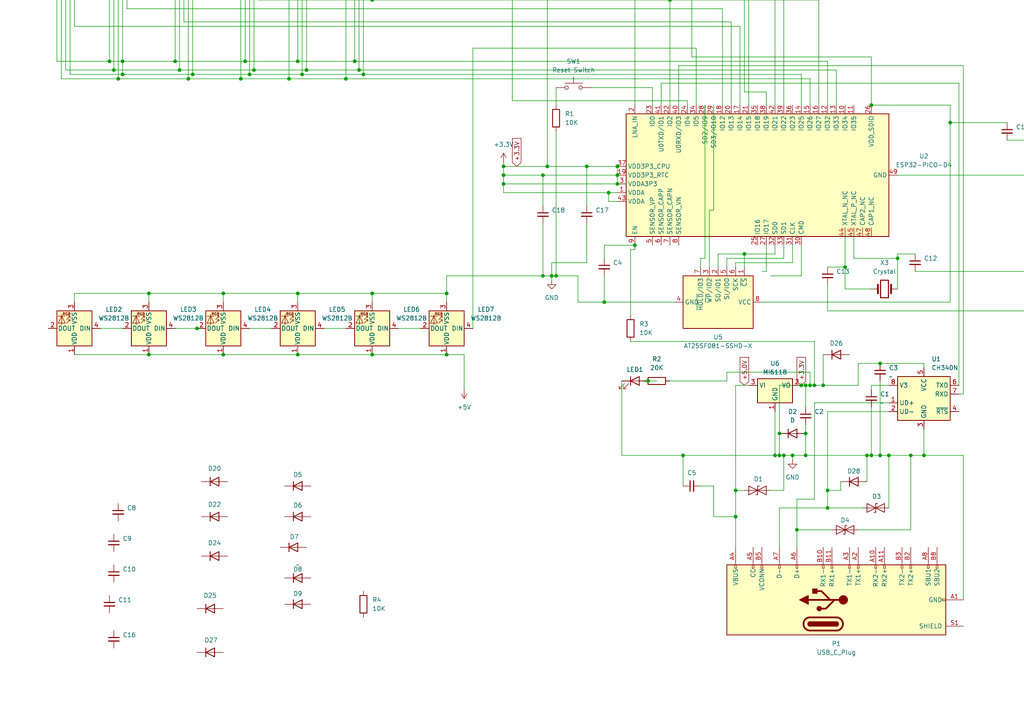
<source format=kicad_sch>
(kicad_sch (version 20231120) (generator "eeschema") (generator_version "8.0")
  (paper "A4")
  (lib_symbols
    (symbol "Connector:Conn_01x08_Socket" (pin_names (offset 1.016) hide)
      (property "Reference" "J" (at 0 10.16 0))
      (property "Value" "Conn_01x08_Socket" (at 0 -12.7 0))
      (symbol "Conn_01x08_Socket_1_1"
        (pin passive line (at -5.08 7.62 0) (length 3.81) (name "Pin_1") (number "1"))
        (pin passive line (at -5.08 5.08 0) (length 3.81) (name "Pin_2") (number "2"))
        (pin passive line (at -5.08 2.54 0) (length 3.81) (name "Pin_3") (number "3"))
        (pin passive line (at -5.08 0 0) (length 3.81) (name "Pin_4") (number "4"))
        (pin passive line (at -5.08 -2.54 0) (length 3.81) (name "Pin_5") (number "5"))
        (pin passive line (at -5.08 -5.08 0) (length 3.81) (name "Pin_6") (number "6"))
        (pin passive line (at -5.08 -7.62 0) (length 3.81) (name "Pin_7") (number "7"))
        (pin passive line (at -5.08 -10.16 0) (length 3.81) (name "Pin_8") (number "8"))
      )
    )
    (symbol "Connector:Conn_Coaxial_Small" (pin_numbers hide) (pin_names (offset 1.016) hide)
      (property "Reference" "J" (at 0.254 3.048 0))
      (property "Value" "Conn_Coaxial_Small" (at 0 -3.81 0))
      (symbol "Conn_Coaxial_Small_1_1"
        (pin passive line (at -2.54 0 0) (length 1.27) (name "In") (number "1"))
        (pin passive line (at 2.54 0 180) (length 1.27) (name "Ext") (number "2"))
      )
    )
    (symbol "Connector:USB_C_Plug" (pin_names (offset 1.016))
      (property "Reference" "P" (at -10.16 29.21 0))
      (property "Value" "USB_C_Plug" (at 10.16 29.21 0))
      (symbol "USB_C_Plug_1_1"
        (pin passive line (at 0 -40.64 90) (length 5.08) (name "GND") (number "A1"))
        (pin bidirectional line (at 15.24 -15.24 180) (length 5.08) (name "RX2-") (number "A10"))
        (pin bidirectional line (at 15.24 -17.78 180) (length 5.08) (name "RX2+") (number "A11"))
        (pin passive line (at 0 -40.64 90) (length 5.08) hide (name "GND") (number "A12"))
        (pin bidirectional line (at 15.24 -10.16 180) (length 5.08) (name "TX1+") (number "A2"))
        (pin bidirectional line (at 15.24 -7.62 180) (length 5.08) (name "TX1-") (number "A3"))
        (pin passive line (at 15.24 25.4 180) (length 5.08) (name "VBUS") (number "A4"))
        (pin bidirectional line (at 15.24 20.32 180) (length 5.08) (name "CC") (number "A5"))
        (pin bidirectional line (at 15.24 7.62 180) (length 5.08) (name "D+") (number "A6"))
        (pin bidirectional line (at 15.24 12.7 180) (length 5.08) (name "D-") (number "A7"))
        (pin bidirectional line (at 15.24 -30.48 180) (length 5.08) (name "SBU1") (number "A8"))
        (pin passive line (at 15.24 25.4 180) (length 5.08) hide (name "VBUS") (number "A9"))
        (pin passive line (at 0 -40.64 90) (length 5.08) hide (name "GND") (number "B1"))
        (pin bidirectional line (at 15.24 0 180) (length 5.08) (name "RX1-") (number "B10"))
        (pin bidirectional line (at 15.24 -2.54 180) (length 5.08) (name "RX1+") (number "B11"))
        (pin passive line (at 0 -40.64 90) (length 5.08) hide (name "GND") (number "B12"))
        (pin bidirectional line (at 15.24 -25.4 180) (length 5.08) (name "TX2+") (number "B2"))
        (pin bidirectional line (at 15.24 -22.86 180) (length 5.08) (name "TX2-") (number "B3"))
        (pin passive line (at 15.24 25.4 180) (length 5.08) hide (name "VBUS") (number "B4"))
        (pin bidirectional line (at 15.24 17.78 180) (length 5.08) (name "VCONN") (number "B5"))
        (pin bidirectional line (at 15.24 -33.02 180) (length 5.08) (name "SBU2") (number "B8"))
        (pin passive line (at 15.24 25.4 180) (length 5.08) hide (name "VBUS") (number "B9"))
        (pin passive line (at -7.62 -40.64 90) (length 5.08) (name "SHIELD") (number "S1"))
      )
    )
    (symbol "Device:Battery_Cell" (pin_numbers hide) (pin_names (offset 0) hide)
      (property "Reference" "BT" (at 2.54 2.54 0))
      (property "Value" "Battery_Cell" (at 2.54 0 0))
      (symbol "Battery_Cell_1_1"
        (pin passive line (at 0 5.08 270) (length 2.54) (name "+") (number "1"))
        (pin passive line (at 0 -2.54 90) (length 2.54) (name "-") (number "2"))
      )
    )
    (symbol "Device:C_Small" (pin_numbers hide) (pin_names (offset 0.254) hide)
      (property "Reference" "C" (at 0.254 1.778 0))
      (property "Value" "C_Small" (at 0.254 -2.032 0))
      (symbol "C_Small_1_1"
        (pin passive line (at 0 2.54 270) (length 2.032) (name "~") (number "1"))
        (pin passive line (at 0 -2.54 90) (length 2.032) (name "~") (number "2"))
      )
    )
    (symbol "Device:Crystal" (pin_numbers hide) (pin_names (offset 1.016) hide)
      (property "Reference" "Y" (at 0 3.81 0))
      (property "Value" "Crystal" (at 0 -3.81 0))
      (symbol "Crystal_1_1"
        (pin passive line (at -3.81 0 0) (length 1.27) (name "1") (number "1"))
        (pin passive line (at 3.81 0 180) (length 1.27) (name "2") (number "2"))
      )
    )
    (symbol "Device:D" (pin_numbers hide) (pin_names (offset 1.016) hide)
      (property "Reference" "D" (at 0 2.54 0))
      (property "Value" "D" (at 0 -2.54 0))
      (symbol "D_1_1"
        (pin passive line (at -3.81 0 0) (length 2.54) (name "K") (number "1"))
        (pin passive line (at 3.81 0 180) (length 2.54) (name "A") (number "2"))
      )
    )
    (symbol "Device:LED" (pin_numbers hide) (pin_names (offset 1.016) hide)
      (property "Reference" "D" (at 0 2.54 0))
      (property "Value" "LED" (at 0 -2.54 0))
      (symbol "LED_1_1"
        (pin passive line (at -3.81 0 0) (length 2.54) (name "K") (number "1"))
        (pin passive line (at 3.81 0 180) (length 2.54) (name "A") (number "2"))
      )
    )
    (symbol "Device:R" (pin_numbers hide) (pin_names (offset 0))
      (property "Reference" "R" (at 2.032 0 90))
      (property "Value" "R" (at 0 0 90))
      (symbol "R_1_1"
        (pin passive line (at 0 3.81 270) (length 1.27) (name "~") (number "1"))
        (pin passive line (at 0 -3.81 90) (length 1.27) (name "~") (number "2"))
      )
    )
    (symbol "Diode:SD05_SOD323" (pin_numbers hide) (pin_names (offset 1.016) hide)
      (property "Reference" "D" (at 0 2.54 0))
      (property "Value" "SD05_SOD323" (at 0 -2.54 0))
      (symbol "SD05_SOD323_1_1"
        (pin passive line (at -3.81 0 0) (length 2.54) (name "A1") (number "1"))
        (pin passive line (at 3.81 0 180) (length 2.54) (name "A2") (number "2"))
      )
    )
    (symbol "Interface_USB:CH340N"
      (property "Reference" "U" (at -7.62 6.35 0))
      (property "Value" "CH340N" (at 7.62 6.35 0))
      (symbol "CH340N_1_1"
        (pin bidirectional line (at -10.16 -2.54 0) (length 2.54) (name "UD+") (number "1"))
        (pin bidirectional line (at -10.16 -5.08 0) (length 2.54) (name "UD-") (number "2"))
        (pin power_in line (at 0 -10.16 90) (length 2.54) (name "GND") (number "3"))
        (pin output line (at 10.16 -5.08 180) (length 2.54) (name "~{RTS}") (number "4"))
        (pin power_in line (at 0 7.62 270) (length 2.54) (name "VCC") (number "5"))
        (pin output line (at 10.16 2.54 180) (length 2.54) (name "TXD") (number "6"))
        (pin input line (at 10.16 0 180) (length 2.54) (name "RXD") (number "7"))
        (pin passive line (at -10.16 2.54 0) (length 2.54) (name "V3") (number "8"))
      )
    )
    (symbol "LED:WS2812B" (pin_names (offset 0.254))
      (property "Reference" "D" (at 5.08 5.715 0))
      (property "Value" "WS2812B" (at 1.27 -5.715 0))
      (symbol "WS2812B_0_0"
        (text "RGB" (at 2.286 -4.191 0) (effects (font (size 0.762 0.762))))
      )
      (symbol "WS2812B_1_1"
        (pin power_in line (at 0 7.62 270) (length 2.54) (name "VDD") (number "1"))
        (pin output line (at 7.62 0 180) (length 2.54) (name "DOUT") (number "2"))
        (pin power_in line (at 0 -7.62 90) (length 2.54) (name "VSS") (number "3"))
        (pin input line (at -7.62 0 0) (length 2.54) (name "DIN") (number "4"))
      )
    )
    (symbol "MCU_Espressif:ESP32-PICO-D4"
      (property "Reference" "U2" (at 5.4962 -48.26 90))
      (property "Value" "ESP32-PICO-D4" (at 2.9562 -48.26 90))
      (symbol "ESP32-PICO-D4_0_0"
        (pin power_in line (at -5.08 40.64 270) (length 2.54) (name "VDDA") (number "1"))
        (pin input line (at 20.32 -25.4 180) (length 2.54) (name "IO34") (number "10"))
        (pin input line (at 20.32 -27.94 180) (length 2.54) (name "IO35") (number "11"))
        (pin bidirectional line (at 20.32 -20.32 180) (length 2.54) (name "IO32") (number "12"))
        (pin bidirectional line (at 20.32 -22.86 180) (length 2.54) (name "IO33") (number "13"))
        (pin bidirectional line (at 20.32 -12.7 180) (length 2.54) (name "IO25") (number "14"))
        (pin bidirectional line (at 20.32 -15.24 180) (length 2.54) (name "IO26") (number "15"))
        (pin bidirectional line (at 20.32 -17.78 180) (length 2.54) (name "IO27") (number "16"))
        (pin bidirectional line (at 20.32 5.08 180) (length 2.54) (name "IO14") (number "17"))
        (pin bidirectional line (at 20.32 10.16 180) (length 2.54) (name "IO12") (number "18"))
        (pin power_in line (at 0 40.64 270) (length 2.54) (name "VDD3P3_RTC") (number "19"))
        (pin bidirectional line (at 20.32 35.56 180) (length 2.54) (name "LNA_IN") (number "2"))
        (pin bidirectional line (at 20.32 7.62 180) (length 2.54) (name "IO13") (number "20"))
        (pin bidirectional line (at 20.32 2.54 180) (length 2.54) (name "IO15") (number "21"))
        (pin bidirectional line (at 20.32 25.4 180) (length 2.54) (name "IO2") (number "22"))
        (pin bidirectional line (at 20.32 30.48 180) (length 2.54) (name "IO0") (number "23"))
        (pin bidirectional line (at 20.32 20.32 180) (length 2.54) (name "IO4") (number "24"))
        (pin bidirectional line (at -20.32 0 0) (length 2.54) (name "IO16") (number "25"))
        (pin power_out line (at 20.32 -33.02 180) (length 2.54) (name "VDD_SDIO") (number "26"))
        (pin bidirectional line (at -20.32 -2.54 0) (length 2.54) (name "IO17") (number "27"))
        (pin bidirectional line (at 20.32 15.24 180) (length 2.54) (name "SD2/IO9") (number "28"))
        (pin bidirectional line (at 20.32 12.7 180) (length 2.54) (name "SD3/IO10") (number "29"))
        (pin power_in line (at -2.54 40.64 270) (length 2.54) (name "VDDA3P3") (number "3"))
        (pin bidirectional line (at -20.32 -12.7 0) (length 2.54) (name "CMD") (number "30"))
        (pin bidirectional line (at -20.32 -10.16 0) (length 2.54) (name "CLK") (number "31"))
        (pin bidirectional line (at -20.32 -5.08 0) (length 2.54) (name "SD0") (number "32"))
        (pin bidirectional line (at -20.32 -7.62 0) (length 2.54) (name "SD1") (number "33"))
        (pin bidirectional line (at 20.32 17.78 180) (length 2.54) (name "IO5") (number "34"))
        (pin bidirectional line (at 20.32 0 180) (length 2.54) (name "IO18") (number "35"))
        (pin bidirectional line (at 20.32 -10.16 180) (length 2.54) (name "IO23") (number "36"))
        (pin power_in line (at 2.54 40.64 270) (length 2.54) (name "VDD3P3_CPU") (number "37"))
        (pin bidirectional line (at 20.32 -2.54 180) (length 2.54) (name "IO19") (number "38"))
        (pin bidirectional line (at 20.32 -7.62 180) (length 2.54) (name "IO22") (number "39"))
        (pin passive line (at -2.54 40.64 270) (length 2.54) hide (name "VDDA3P3") (number "4"))
        (pin bidirectional line (at 20.32 22.86 180) (length 2.54) (name "U0RXD/IO3") (number "40"))
        (pin bidirectional line (at 20.32 27.94 180) (length 2.54) (name "U0TXD/IO1") (number "41"))
        (pin bidirectional line (at 20.32 -5.08 180) (length 2.54) (name "IO21") (number "42"))
        (pin passive line (at -7.62 40.64 270) (length 2.54) (name "VDDA") (number "43"))
        (pin input line (at -17.78 -25.4 0) (length 2.54) (name "XTAL_N_NC") (number "44"))
        (pin input line (at -17.78 -27.94 0) (length 2.54) (name "XTAL_P_NC") (number "45"))
        (pin passive line (at -5.08 40.64 270) (length 2.54) hide (name "VDDA") (number "46"))
        (pin input line (at -17.78 -30.48 0) (length 2.54) (name "CAP2_NC") (number "47"))
        (pin input line (at -17.78 -33.02 0) (length 2.54) (name "CAP1_NC") (number "48"))
        (pin power_in line (at 0 -40.64 90) (length 2.54) (name "GND") (number "49"))
        (pin input line (at -20.32 30.48 0) (length 2.54) (name "SENSOR_VP") (number "5"))
        (pin input line (at -20.32 27.94 0) (length 2.54) (name "SENSOR_CAPP") (number "6"))
        (pin input line (at -20.32 25.4 0) (length 2.54) (name "SENSOR_CAPN") (number "7"))
        (pin input line (at -20.32 22.86 0) (length 2.54) (name "SENSOR_VN") (number "8"))
        (pin input line (at -20.32 35.56 0) (length 2.54) (name "EN") (number "9"))
      )
    )
    (symbol "Memory_Flash:AT25SF081-SSHD-X"
      (property "Reference" "U" (at -6.35 11.43 0))
      (property "Value" "AT25SF081-SSHD-X" (at 11.43 11.43 0))
      (symbol "AT25SF081-SSHD-X_1_1"
        (pin input line (at -10.16 7.62 0) (length 2.54) (name "~{CS}") (number "1"))
        (pin bidirectional line (at -10.16 0 0) (length 2.54) (name "SO/IO1") (number "2"))
        (pin bidirectional line (at -10.16 -2.54 0) (length 2.54) (name "~{WP}/IO2") (number "3"))
        (pin power_in line (at 0 -12.7 90) (length 2.54) (name "GND") (number "4"))
        (pin bidirectional line (at -10.16 2.54 0) (length 2.54) (name "SI/IO0") (number "5"))
        (pin input line (at -10.16 5.08 0) (length 2.54) (name "SCK") (number "6"))
        (pin bidirectional line (at -10.16 -5.08 0) (length 2.54) (name "~{HOLD}/IO3") (number "7"))
        (pin power_in line (at 0 12.7 270) (length 2.54) (name "VCC") (number "8"))
      )
    )
    (symbol "Regulator_Linear:AP1117-33"
      (property "Reference" "U" (at -3.81 3.175 0))
      (property "Value" "AP1117-33" (at 0 3.175 0))
      (symbol "AP1117-33_1_1"
        (pin power_in line (at 0 -7.62 90) (length 2.54) (name "GND") (number "1"))
        (pin power_out line (at 7.62 0 180) (length 2.54) (name "VO") (number "2"))
        (pin power_in line (at -7.62 0 0) (length 2.54) (name "VI") (number "3"))
      )
    )
    (symbol "Switch:SW_Push" (pin_numbers hide) (pin_names (offset 1.016) hide)
      (property "Reference" "SW" (at 1.27 2.54 0))
      (property "Value" "SW_Push" (at 0 -1.524 0))
      (symbol "SW_Push_0_1"
        (pin passive line (at -5.08 0 0) (length 2.54) (name "1") (number "1"))
        (pin passive line (at 5.08 0 180) (length 2.54) (name "2") (number "2"))
      )
    )
    (symbol "Timer_RTC:DS1302Z+"
      (property "Reference" "U" (at -8.89 8.89 0))
      (property "Value" "DS1302Z+" (at 6.35 8.89 0))
      (symbol "DS1302Z+_1_1"
        (pin power_in line (at -2.54 10.16 270) (length 2.54) (name "VCC2") (number "1"))
        (pin input line (at -12.7 -2.54 0) (length 2.54) (name "X1") (number "2"))
        (pin input line (at -12.7 -5.08 0) (length 2.54) (name "X2") (number "3"))
        (pin power_in line (at 0 -10.16 90) (length 2.54) (name "GND") (number "4"))
        (pin input line (at -12.7 2.54 0) (length 2.54) (name "CE") (number "5"))
        (pin bidirectional line (at 12.7 5.08 180) (length 2.54) (name "I/O") (number "6"))
        (pin input line (at -12.7 5.08 0) (length 2.54) (name "SCLK") (number "7"))
        (pin power_in line (at 0 10.16 270) (length 2.54) (name "VCC1") (number "8"))
      )
    )
    (symbol "Transistor_FET:AO3401A" (pin_names hide)
      (property "Reference" "Q" (at 5.08 1.905 0))
      (property "Value" "AO3401A" (at 5.08 0 0))
      (symbol "AO3401A_1_1"
        (pin input line (at -5.08 0 0) (length 2.54) (name "G") (number "1"))
        (pin passive line (at 2.54 -5.08 90) (length 2.54) (name "S") (number "2"))
        (pin passive line (at 2.54 5.08 270) (length 2.54) (name "D") (number "3"))
      )
    )
    (symbol "power:+3.3V" (power) (pin_numbers hide) (pin_names (offset 0) hide)
      (property "Value" "+3.3V" (at 0 3.556 0))
      (symbol "+3.3V_1_1"
        (pin power_in line (at 0 0 90) (length 0) (name "~") (number "1"))
      )
    )
    (symbol "power:+5V" (power) (pin_numbers hide) (pin_names (offset 0) hide)
      (property "Value" "+5V" (at 0 3.556 0))
      (symbol "+5V_1_1"
        (pin power_in line (at 0 0 90) (length 0) (name "~") (number "1"))
      )
    )
    (symbol "power:GND" (power) (pin_numbers hide) (pin_names (offset 0) hide)
      (property "Value" "GND" (at 0 -3.81 0))
      (symbol "GND_1_1"
        (pin power_in line (at 0 0 270) (length 0) (name "~") (number "1"))
      )
    )
  )
  (junction (at 74.93 -20.32))
  (junction (at 300.99 -11.43))
  (junction (at 38.1 -21.59))
  (junction (at 57.15 -41.91))
  (junction (at 33.02 20.32))
  (junction (at 193.04 -41.91))
  (junction (at 140.97 -49.53))
  (junction (at 231.14 153.67))
  (junction (at 107.95 102.87))
  (junction (at 88.9 20.32))
  (junction (at 74.93 -41.91))
  (junction (at 35.56 21.59))
  (junction (at 146.05 48.26))
  (junction (at 179.07 50.8))
  (junction (at 170.18 48.26))
  (junction (at 72.39 21.59))
  (junction (at 226.06 132.08))
  (junction (at 194.31 -20.32))
  (junction (at 233.68 132.08))
  (junction (at 57.15 -22.86))
  (junction (at 146.05 50.8))
  (junction (at 146.05 53.34))
  (junction (at 43.18 85.09))
  (junction (at 69.85 22.86))
  (junction (at 100.33 22.86))
  (junction (at 275.59 35.56))
  (junction (at 224.79 132.08))
  (junction (at 90.17 -24.13))
  (junction (at 245.11 77.47))
  (junction (at 257.81 132.08))
  (junction (at 213.36 142.24))
  (junction (at 31.75 17.78))
  (junction (at 107.95 -41.91))
  (junction (at 260.35 74.93))
  (junction (at 252.73 30.48))
  (junction (at 38.1 -41.91))
  (junction (at 86.36 85.09))
  (junction (at 129.54 85.09))
  (junction (at 300.99 50.8))
  (junction (at 267.97 132.08))
  (junction (at 184.15 71.12))
  (junction (at 228.6 -17.78))
  (junction (at 223.52 -20.32))
  (junction (at 87.63 21.59))
  (junction (at 64.77 102.87))
  (junction (at 54.61 22.86))
  (junction (at 226.06 125.73))
  (junction (at 300.99 63.5))
  (junction (at 215.9 73.66))
  (junction (at 71.12 17.78))
  (junction (at 252.73 132.08))
  (junction (at 67.31 -62.23))
  (junction (at 255.27 132.08))
  (junction (at 132.08 -44.45))
  (junction (at 240.03 147.32))
  (junction (at 251.46 132.08))
  (junction (at 55.88 21.59))
  (junction (at 158.75 48.26))
  (junction (at 179.07 48.26))
  (junction (at 132.08 -54.61))
  (junction (at 87.63 -41.91))
  (junction (at 104.14 20.32))
  (junction (at 255.27 105.41))
  (junction (at 64.77 85.09))
  (junction (at 261.62 -40.64))
  (junction (at 227.33 132.08))
  (junction (at 50.8 17.78))
  (junction (at 107.95 85.09))
  (junction (at 132.08 -68.58))
  (junction (at 241.3 -20.32))
  (junction (at 102.87 17.78))
  (junction (at 85.09 -62.23))
  (junction (at 35.56 17.78))
  (junction (at 198.12 132.08))
  (junction (at 21.59 -21.59))
  (junction (at 179.07 53.34))
  (junction (at 107.95 0))
  (junction (at 232.41 111.76))
  (junction (at 34.29 -62.23))
  (junction (at 83.82 22.86))
  (junction (at 234.95 111.76))
  (junction (at 157.48 50.8))
  (junction (at 233.68 111.76))
  (junction (at 57.15 95.25))
  (junction (at 194.31 0))
  (junction (at 105.41 21.59))
  (junction (at 213.36 149.86))
  (junction (at 251.46 -25.4))
  (junction (at 86.36 102.87))
  (junction (at 160.02 80.01))
  (junction (at 233.68 125.73))
  (junction (at 43.18 102.87))
  (junction (at 52.07 20.32))
  (junction (at 157.48 80.01))
  (junction (at 240.03 142.24))
  (junction (at 229.87 132.08))
  (junction (at 300.99 -20.32))
  (junction (at 73.66 20.32))
  (junction (at 161.29 80.01))
  (junction (at 238.76 111.76))
  (junction (at 300.99 78.74))
  (junction (at 264.16 132.08))
  (junction (at 236.22 111.76))
  (junction (at 193.04 -20.32))
  (junction (at 236.22 -17.78))
  (junction (at 68.58 -62.23))
  (junction (at 129.54 102.87))
  (junction (at 200.66 -25.4))
  (junction (at 54.61 -62.23))
  (junction (at 187.96 110.49))
  (junction (at 107.95 -24.13))
  (junction (at 300.99 40.64))
  (junction (at 175.26 87.63))
  (junction (at 86.36 17.78))
  (junction (at 34.29 22.86))
  (junction (at 176.53 55.88))
  (wire (pts (xy 245.11 68.58) (xy 245.11 77.47)))
  (wire (pts (xy 219.71 -25.4) (xy 224.79 -25.4)))
  (wire (pts (xy 43.18 85.09) (xy 64.77 85.09)))
  (wire (pts (xy 251.46 -25.4) (xy 251.46 -69.85)))
  (wire (pts (xy 57.15 -17.78) (xy 54.61 -17.78)))
  (wire (pts (xy 279.4 173.99) (xy 279.4 132.08)))
  (wire (pts (xy 19.05 -8.89) (xy 19.05 20.32)))
  (wire (pts (xy 207.01 149.86) (xy 213.36 149.86)))
  (wire (pts (xy 86.36 85.09) (xy 107.95 85.09)))
  (wire (pts (xy 292.1 40.64) (xy 300.99 40.64)))
  (wire (pts (xy 25.4 -6.35) (xy 25.4 -21.59)))
  (wire (pts (xy 134.62 102.87) (xy 129.54 102.87)))
  (wire (pts (xy 279.4 19.05) (xy 279.4 114.3)))
  (wire (pts (xy 140.97 -55.88) (xy 140.97 -49.53)))
  (wire (pts (xy 196.85 19.05) (xy 196.85 30.48)))
  (wire (pts (xy 261.62 -40.64) (xy 300.99 -40.64)))
  (wire (pts (xy 184.15 72.39) (xy 184.15 71.12)))
  (wire (pts (xy 265.43 78.74) (xy 300.99 78.74)))
  (wire (pts (xy 57.15 -15.24) (xy 55.88 -15.24)))
  (wire (pts (xy 214.63 7.62) (xy 21.59 7.62)))
  (wire (pts (xy 222.25 71.12) (xy 222.25 78.74)))
  (wire (pts (xy 54.61 -62.23) (xy 67.31 -62.23)))
  (wire (pts (xy 57.15 -22.86) (xy 57.15 -41.91)))
  (wire (pts (xy 243.84 139.7) (xy 243.84 142.24)))
  (wire (pts (xy 220.98 87.63) (xy 275.59 87.63)))
  (wire (pts (xy 115.57 95.25) (xy 121.92 95.25)))
  (wire (pts (xy 86.36 102.87) (xy 64.77 102.87)))
  (wire (pts (xy 132.08 -41.91) (xy 132.08 -44.45)))
  (wire (pts (xy 52.07 20.32) (xy 73.66 20.32)))
  (wire (pts (xy 226.06 125.73) (xy 226.06 132.08)))
  (wire (pts (xy 224.79 73.66) (xy 215.9 73.66)))
  (wire (pts (xy 167.64 87.63) (xy 167.64 80.01)))
  (wire (pts (xy 21.59 -6.35) (xy 25.4 -6.35)))
  (wire (pts (xy 68.58 -62.23) (xy 85.09 -62.23)))
  (wire (pts (xy 87.63 -24.13) (xy 90.17 -24.13)))
  (wire (pts (xy 175.26 80.01) (xy 175.26 87.63)))
  (wire (pts (xy 74.93 -5.08) (xy 78.74 -5.08)))
  (wire (pts (xy 107.95 -11.43) (xy 104.14 -11.43)))
  (wire (pts (xy 236.22 111.76) (xy 238.76 111.76)))
  (wire (pts (xy 175.26 87.63) (xy 195.58 87.63)))
  (wire (pts (xy 176.53 55.88) (xy 179.07 55.88)))
  (wire (pts (xy 238.76 102.87) (xy 238.76 111.76)))
  (wire (pts (xy 223.52 80.01) (xy 232.41 80.01)))
  (wire (pts (xy 209.55 2.54) (xy 36.83 2.54)))
  (wire (pts (xy 100.33 -19.05) (xy 100.33 22.86)))
  (wire (pts (xy 170.18 48.26) (xy 170.18 59.69)))
  (wire (pts (xy 184.15 71.12) (xy 175.26 71.12)))
  (wire (pts (xy 21.59 85.09) (xy 43.18 85.09)))
  (wire (pts (xy 237.49 0) (xy 194.31 0)))
  (wire (pts (xy 180.34 132.08) (xy 198.12 132.08)))
  (wire (pts (xy 255.27 110.49) (xy 255.27 132.08)))
  (wire (pts (xy 213.36 76.2) (xy 213.36 77.47)))
  (wire (pts (xy 215.9 73.66) (xy 208.28 73.66)))
  (wire (pts (xy 57.15 -10.16) (xy 52.07 -10.16)))
  (wire (pts (xy 261.62 -40.64) (xy 261.62 -33.02)))
  (wire (pts (xy 229.87 -24.13) (xy 228.6 -24.13)))
  (wire (pts (xy 300.99 40.64) (xy 300.99 50.8)))
  (wire (pts (xy 17.78 -19.05) (xy 17.78 -62.23)))
  (wire (pts (xy 90.17 -21.59) (xy 85.09 -21.59)))
  (wire (pts (xy 87.63 -41.91) (xy 87.63 -24.13)))
  (wire (pts (xy 194.31 110.49) (xy 210.82 110.49)))
  (wire (pts (xy 73.66 -7.62) (xy 73.66 20.32)))
  (wire (pts (xy 207.01 140.97) (xy 207.01 149.86)))
  (wire (pts (xy 267.97 106.68) (xy 267.97 105.41)))
  (wire (pts (xy 232.41 -24.13) (xy 236.22 -24.13)))
  (wire (pts (xy 148.59 29.21) (xy 199.39 29.21)))
  (wire (pts (xy 180.34 110.49) (xy 180.34 132.08)))
  (wire (pts (xy 16.51 -11.43) (xy 16.51 17.78)))
  (wire (pts (xy 213.36 -41.91) (xy 213.36 -38.1)))
  (wire (pts (xy 146.05 46.99) (xy 146.05 48.26)))
  (wire (pts (xy 240.03 119.38) (xy 257.81 119.38)))
  (wire (pts (xy 275.59 35.56) (xy 292.1 35.56)))
  (wire (pts (xy 190.5 110.49) (xy 187.96 110.49)))
  (wire (pts (xy 217.17 -38.1) (xy 213.36 -38.1)))
  (wire (pts (xy 78.74 -5.08) (xy 78.74 -20.32)))
  (wire (pts (xy 67.31 -62.23) (xy 68.58 -62.23)))
  (wire (pts (xy 232.41 71.12) (xy 232.41 80.01)))
  (wire (pts (xy 182.88 91.44) (xy 182.88 72.39)))
  (wire (pts (xy 300.99 78.74) (xy 300.99 90.17)))
  (wire (pts (xy 38.1 -13.97) (xy 35.56 -13.97)))
  (wire (pts (xy 134.62 113.03) (xy 134.62 102.87)))
  (wire (pts (xy 257.81 132.08) (xy 257.81 147.32)))
  (wire (pts (xy 52.07 -10.16) (xy 52.07 20.32)))
  (wire (pts (xy 226.06 132.08) (xy 227.33 132.08)))
  (wire (pts (xy 132.08 -54.61) (xy 132.08 -44.45)))
  (wire (pts (xy 129.54 80.01) (xy 129.54 85.09)))
  (wire (pts (xy 194.31 -20.32) (xy 223.52 -20.32)))
  (wire (pts (xy 55.88 -15.24) (xy 55.88 21.59)))
  (wire (pts (xy 209.55 -25.4) (xy 200.66 -25.4)))
  (wire (pts (xy 137.16 13.97) (xy 201.93 13.97)))
  (wire (pts (xy 240.03 77.47) (xy 245.11 77.47)))
  (wire (pts (xy 107.95 -21.59) (xy 100.33 -21.59)))
  (wire (pts (xy 71.12 -10.16) (xy 71.12 17.78)))
  (wire (pts (xy 236.22 -24.13) (xy 236.22 -17.78)))
  (wire (pts (xy 252.73 113.03) (xy 252.73 111.76)))
  (wire (pts (xy 157.48 50.8) (xy 179.07 50.8)))
  (wire (pts (xy 267.97 124.46) (xy 267.97 132.08)))
  (wire (pts (xy 213.36 142.24) (xy 215.9 142.24)))
  (wire (pts (xy 148.59 -49.53) (xy 140.97 -49.53)))
  (wire (pts (xy 255.27 105.41) (xy 248.92 105.41)))
  (wire (pts (xy 93.98 95.25) (xy 100.33 95.25)))
  (wire (pts (xy 68.58 -62.23) (xy 68.58 -60.96)))
  (wire (pts (xy 170.18 76.2) (xy 160.02 76.2)))
  (wire (pts (xy 107.95 0) (xy 74.93 0)))
  (wire (pts (xy 19.05 20.32) (xy 33.02 20.32)))
  (wire (pts (xy 179.07 58.42) (xy 176.53 58.42)))
  (wire (pts (xy 215.9 26.67) (xy 222.25 26.67)))
  (wire (pts (xy 54.61 -20.32) (xy 54.61 -62.23)))
  (wire (pts (xy 203.2 74.93) (xy 203.2 77.47)))
  (wire (pts (xy 224.79 71.12) (xy 224.79 73.66)))
  (wire (pts (xy 252.73 16.51) (xy 252.73 30.48)))
  (wire (pts (xy 241.3 -20.32) (xy 241.3 -17.78)))
  (wire (pts (xy 157.48 80.01) (xy 160.02 80.01)))
  (wire (pts (xy 93.98 -24.13) (xy 90.17 -24.13)))
  (wire (pts (xy 237.49 -40.64) (xy 261.62 -40.64)))
  (wire (pts (xy 227.33 -8.89) (xy 227.33 30.48)))
  (wire (pts (xy 252.73 132.08) (xy 255.27 132.08)))
  (wire (pts (xy 105.41 -16.51) (xy 105.41 21.59)))
  (wire (pts (xy 21.59 -41.91) (xy 38.1 -41.91)))
  (wire (pts (xy 223.52 142.24) (xy 227.33 142.24)))
  (wire (pts (xy 215.9 26.67) (xy 215.9 -53.34)))
  (wire (pts (xy 267.97 105.41) (xy 255.27 105.41)))
  (wire (pts (xy 50.8 -12.7) (xy 50.8 17.78)))
  (wire (pts (xy 260.35 73.66) (xy 260.35 74.93)))
  (wire (pts (xy 229.87 71.12) (xy 229.87 76.2)))
  (wire (pts (xy 158.75 -49.53) (xy 193.04 -49.53)))
  (wire (pts (xy 222.25 26.67) (xy 222.25 30.48)))
  (wire (pts (xy 200.66 -25.4) (xy 200.66 16.51)))
  (wire (pts (xy 232.41 111.76) (xy 233.68 111.76)))
  (wire (pts (xy 146.05 48.26) (xy 146.05 50.8)))
  (wire (pts (xy 64.77 85.09) (xy 64.77 87.63)))
  (wire (pts (xy 229.87 132.08) (xy 233.68 132.08)))
  (wire (pts (xy 170.18 48.26) (xy 179.07 48.26)))
  (wire (pts (xy 238.76 111.76) (xy 248.92 111.76)))
  (wire (pts (xy 193.04 -44.45) (xy 193.04 -41.91)))
  (wire (pts (xy 240.03 147.32) (xy 240.03 142.24)))
  (wire (pts (xy 237.49 30.48) (xy 237.49 0)))
  (wire (pts (xy 38.1 -41.91) (xy 57.15 -41.91)))
  (wire (pts (xy 232.41 -27.94) (xy 232.41 -24.13)))
  (wire (pts (xy 227.33 142.24) (xy 227.33 132.08)))
  (wire (pts (xy 215.9 -53.34) (xy 222.25 -53.34)))
  (wire (pts (xy 240.03 17.78) (xy 102.87 17.78)))
  (wire (pts (xy 231.14 153.67) (xy 241.3 153.67)))
  (wire (pts (xy 21.59 -21.59) (xy 25.4 -21.59)))
  (wire (pts (xy 189.23 -20.32) (xy 193.04 -20.32)))
  (wire (pts (xy 236.22 116.84) (xy 257.81 116.84)))
  (wire (pts (xy 86.36 17.78) (xy 102.87 17.78)))
  (wire (pts (xy 203.2 140.97) (xy 207.01 140.97)))
  (wire (pts (xy 132.08 -78.74) (xy 132.08 -68.58)))
  (wire (pts (xy 175.26 71.12) (xy 175.26 74.93)))
  (wire (pts (xy 208.28 73.66) (xy 208.28 77.47)))
  (wire (pts (xy 31.75 17.78) (xy 35.56 17.78)))
  (wire (pts (xy 57.15 -22.86) (xy 60.96 -22.86)))
  (wire (pts (xy 300.99 -40.64) (xy 300.99 -20.32)))
  (wire (pts (xy 227.33 -8.89) (xy 222.25 -8.89)))
  (wire (pts (xy 240.03 30.48) (xy 240.03 17.78)))
  (wire (pts (xy 86.36 85.09) (xy 86.36 87.63)))
  (wire (pts (xy 240.03 147.32) (xy 250.19 147.32)))
  (wire (pts (xy 161.29 38.1) (xy 161.29 80.01)))
  (wire (pts (xy 233.68 125.73) (xy 233.68 132.08)))
  (wire (pts (xy 87.63 -16.51) (xy 87.63 21.59)))
  (wire (pts (xy 86.36 -13.97) (xy 86.36 17.78)))
  (wire (pts (xy 71.12 17.78) (xy 86.36 17.78)))
  (wire (pts (xy 196.85 19.05) (xy 279.4 19.05)))
  (wire (pts (xy 251.46 -25.4) (xy 261.62 -25.4)))
  (wire (pts (xy 191.77 24.13) (xy 191.77 30.48)))
  (wire (pts (xy 107.95 -6.35) (xy 107.95 0)))
  (wire (pts (xy 57.15 95.25) (xy 58.42 95.25)))
  (wire (pts (xy 72.39 -12.7) (xy 72.39 21.59)))
  (wire (pts (xy 243.84 142.24) (xy 240.03 142.24)))
  (wire (pts (xy 93.98 -8.89) (xy 93.98 -24.13)))
  (wire (pts (xy 29.21 95.25) (xy 35.56 95.25)))
  (wire (pts (xy 74.93 -12.7) (xy 72.39 -12.7)))
  (wire (pts (xy 100.33 22.86) (xy 234.95 22.86)))
  (wire (pts (xy 17.78 -16.51) (xy 21.59 -16.51)))
  (wire (pts (xy 33.02 -8.89) (xy 33.02 20.32)))
  (wire (pts (xy 41.91 -6.35) (xy 41.91 -21.59)))
  (wire (pts (xy 90.17 -19.05) (xy 83.82 -19.05)))
  (wire (pts (xy 161.29 80.01) (xy 167.64 80.01)))
  (wire (pts (xy 248.92 105.41) (xy 248.92 111.76)))
  (wire (pts (xy 220.98 78.74) (xy 222.25 78.74)))
  (wire (pts (xy 275.59 30.48) (xy 275.59 35.56)))
  (wire (pts (xy 73.66 20.32) (xy 88.9 20.32)))
  (wire (pts (xy 146.05 53.34) (xy 179.07 53.34)))
  (wire (pts (xy 251.46 -19.05) (xy 251.46 -25.4)))
  (wire (pts (xy 207.01 60.96) (xy 207.01 30.48)))
  (wire (pts (xy 228.6 -17.78) (xy 228.6 -13.97)))
  (wire (pts (xy 74.93 -20.32) (xy 74.93 -41.91)))
  (wire (pts (xy 74.93 -17.78) (xy 67.31 -17.78)))
  (wire (pts (xy 87.63 -41.91) (xy 107.95 -41.91)))
  (wire (pts (xy 167.64 87.63) (xy 175.26 87.63)))
  (wire (pts (xy 229.87 132.08) (xy 229.87 133.35)))
  (wire (pts (xy 226.06 158.75) (xy 226.06 147.32)))
  (wire (pts (xy 69.85 22.86) (xy 69.85 -15.24)))
  (wire (pts (xy 38.1 -19.05) (xy 34.29 -19.05)))
  (wire (pts (xy 34.29 -16.51) (xy 34.29 22.86)))
  (wire (pts (xy 57.15 -7.62) (xy 60.96 -7.62)))
  (wire (pts (xy 205.74 60.96) (xy 207.01 60.96)))
  (wire (pts (xy 157.48 64.77) (xy 157.48 80.01)))
  (wire (pts (xy 50.8 95.25) (xy 57.15 95.25)))
  (wire (pts (xy 146.05 50.8) (xy 157.48 50.8)))
  (wire (pts (xy 227.33 74.93) (xy 210.82 74.93)))
  (wire (pts (xy 107.95 -8.89) (xy 111.76 -8.89)))
  (wire (pts (xy 236.22 144.78) (xy 236.22 116.84)))
  (wire (pts (xy 35.56 17.78) (xy 35.56 21.59)))
  (wire (pts (xy 224.79 -7.62) (xy 219.71 -7.62)))
  (wire (pts (xy 107.95 -16.51) (xy 105.41 -16.51)))
  (wire (pts (xy 279.4 114.3) (xy 278.13 114.3)))
  (wire (pts (xy 74.93 -20.32) (xy 78.74 -20.32)))
  (wire (pts (xy 200.66 -27.94) (xy 200.66 -25.4)))
  (wire (pts (xy 148.59 -33.02) (xy 148.59 29.21)))
  (wire (pts (xy 38.1 -21.59) (xy 38.1 -41.91)))
  (wire (pts (xy 231.14 144.78) (xy 236.22 144.78)))
  (wire (pts (xy 38.1 -6.35) (xy 41.91 -6.35)))
  (wire (pts (xy 17.78 22.86) (xy 34.29 22.86)))
  (wire (pts (xy 64.77 85.09) (xy 86.36 85.09)))
  (wire (pts (xy 232.41 30.48) (xy 232.41 21.59)))
  (wire (pts (xy 148.59 -40.64) (xy 148.59 -49.53)))
  (wire (pts (xy 278.13 111.76) (xy 278.13 24.13)))
  (wire (pts (xy 111.76 -8.89) (xy 111.76 -24.13)))
  (wire (pts (xy 194.31 0) (xy 107.95 0)))
  (wire (pts (xy 212.09 30.48) (xy 212.09 6.35)))
  (wire (pts (xy 257.81 132.08) (xy 264.16 132.08)))
  (wire (pts (xy 100.33 -21.59) (xy 100.33 -62.23)))
  (wire (pts (xy 57.15 -12.7) (xy 50.8 -12.7)))
  (wire (pts (xy 60.96 -7.62) (xy 60.96 -22.86)))
  (wire (pts (xy 137.16 95.25) (xy 137.16 13.97)))
  (wire (pts (xy 217.17 -5.08) (xy 217.17 30.48)))
  (wire (pts (xy 213.36 149.86) (xy 213.36 158.75)))
  (wire (pts (xy 224.79 -7.62) (xy 224.79 30.48)))
  (wire (pts (xy 107.95 -19.05) (xy 100.33 -19.05)))
  (wire (pts (xy 182.88 99.06) (xy 236.22 99.06)))
  (wire (pts (xy 72.39 95.25) (xy 78.74 95.25)))
  (wire (pts (xy 146.05 55.88) (xy 176.53 55.88)))
  (wire (pts (xy 251.46 139.7) (xy 251.46 132.08)))
  (wire (pts (xy 264.16 132.08) (xy 267.97 132.08)))
  (wire (pts (xy 107.95 -41.91) (xy 107.95 -24.13)))
  (wire (pts (xy 231.14 153.67) (xy 231.14 144.78)))
  (wire (pts (xy 160.02 80.01) (xy 161.29 80.01)))
  (wire (pts (xy 90.17 -11.43) (xy 88.9 -11.43)))
  (wire (pts (xy 223.52 -20.32) (xy 223.52 -17.78)))
  (wire (pts (xy 74.93 -10.16) (xy 71.12 -10.16)))
  (wire (pts (xy 140.97 -63.5) (xy 140.97 -68.58)))
  (wire (pts (xy 194.31 -33.02) (xy 194.31 -20.32)))
  (wire (pts (xy 83.82 22.86) (xy 100.33 22.86)))
  (wire (pts (xy 107.95 102.87) (xy 86.36 102.87)))
  (wire (pts (xy 210.82 74.93) (xy 210.82 77.47)))
  (wire (pts (xy 129.54 80.01) (xy 157.48 80.01)))
  (wire (pts (xy 264.16 153.67) (xy 264.16 132.08)))
  (wire (pts (xy 21.59 -19.05) (xy 17.78 -19.05)))
  (wire (pts (xy 233.68 111.76) (xy 234.95 111.76)))
  (wire (pts (xy 85.09 -21.59) (xy 85.09 -62.23)))
  (wire (pts (xy 74.93 -41.91) (xy 87.63 -41.91)))
  (wire (pts (xy 265.43 73.66) (xy 260.35 73.66)))
  (wire (pts (xy 224.79 119.38) (xy 224.79 132.08)))
  (wire (pts (xy 43.18 102.87) (xy 21.59 102.87)))
  (wire (pts (xy 229.87 -27.94) (xy 229.87 -24.13)))
  (wire (pts (xy 35.56 21.59) (xy 55.88 21.59)))
  (wire (pts (xy 105.41 21.59) (xy 232.41 21.59)))
  (wire (pts (xy 102.87 -13.97) (xy 107.95 -13.97)))
  (wire (pts (xy 240.03 90.17) (xy 300.99 90.17)))
  (wire (pts (xy 21.59 -21.59) (xy 21.59 -41.91)))
  (wire (pts (xy 20.32 21.59) (xy 35.56 21.59)))
  (wire (pts (xy 54.61 -17.78) (xy 54.61 22.86)))
  (wire (pts (xy 38.1 -11.43) (xy 31.75 -11.43)))
  (wire (pts (xy 179.07 53.34) (xy 179.07 50.8)))
  (wire (pts (xy 88.9 20.32) (xy 104.14 20.32)))
  (wire (pts (xy 245.11 83.82) (xy 252.73 83.82)))
  (wire (pts (xy 90.17 -8.89) (xy 93.98 -8.89)))
  (wire (pts (xy 198.12 140.97) (xy 198.12 132.08)))
  (wire (pts (xy 55.88 21.59) (xy 72.39 21.59)))
  (wire (pts (xy 228.6 -24.13) (xy 228.6 -17.78)))
  (wire (pts (xy 260.35 50.8) (xy 300.99 50.8)))
  (wire (pts (xy 275.59 35.56) (xy 275.59 87.63)))
  (wire (pts (xy 104.14 20.32) (xy 242.57 20.32)))
  (wire (pts (xy 87.63 -16.51) (xy 90.17 -16.51)))
  (wire (pts (xy 233.68 132.08) (xy 251.46 132.08)))
  (wire (pts (xy 209.55 -40.64) (xy 217.17 -40.64)))
  (wire (pts (xy 199.39 30.48) (xy 199.39 29.21)))
  (wire (pts (xy 227.33 71.12) (xy 227.33 74.93)))
  (wire (pts (xy 176.53 58.42) (xy 176.53 55.88)))
  (wire (pts (xy 57.15 -41.91) (xy 74.93 -41.91)))
  (wire (pts (xy 17.78 -16.51) (xy 17.78 22.86)))
  (wire (pts (xy 38.1 -16.51) (xy 34.29 -16.51)))
  (wire (pts (xy 219.71 -7.62) (xy 219.71 -25.4)))
  (wire (pts (xy 90.17 -5.08) (xy 217.17 -5.08)))
  (wire (pts (xy 260.35 74.93) (xy 260.35 83.82)))
  (wire (pts (xy 34.29 -62.23) (xy 54.61 -62.23)))
  (wire (pts (xy 233.68 123.19) (xy 233.68 125.73)))
  (wire (pts (xy 170.18 64.77) (xy 170.18 76.2)))
  (wire (pts (xy 90.17 -6.35) (xy 90.17 -5.08)))
  (wire (pts (xy 17.78 -62.23) (xy 34.29 -62.23)))
  (wire (pts (xy 160.02 80.01) (xy 160.02 81.28)))
  (wire (pts (xy 72.39 21.59) (xy 87.63 21.59)))
  (wire (pts (xy 255.27 132.08) (xy 257.81 132.08)))
  (wire (pts (xy 242.57 30.48) (xy 242.57 20.32)))
  (wire (pts (xy 74.93 -7.62) (xy 73.66 -7.62)))
  (wire (pts (xy 161.29 25.4) (xy 161.29 30.48)))
  (wire (pts (xy 104.14 -11.43) (xy 104.14 20.32)))
  (wire (pts (xy 300.99 63.5) (xy 300.99 78.74)))
  (wire (pts (xy 38.1 -8.89) (xy 33.02 -8.89)))
  (wire (pts (xy 193.04 -41.91) (xy 193.04 -20.32)))
  (wire (pts (xy 209.55 30.48) (xy 209.55 2.54)))
  (wire (pts (xy 252.73 30.48) (xy 275.59 30.48)))
  (wire (pts (xy 35.56 -13.97) (xy 35.56 17.78)))
  (wire (pts (xy 204.47 -69.85) (xy 204.47 -38.1)))
  (wire (pts (xy 132.08 -68.58) (xy 140.97 -68.58)))
  (wire (pts (xy 111.76 -24.13) (xy 107.95 -24.13)))
  (wire (pts (xy 234.95 111.76) (xy 236.22 111.76)))
  (wire (pts (xy 227.33 132.08) (xy 229.87 132.08)))
  (wire (pts (xy 204.47 30.48) (xy 204.47 74.93)))
  (wire (pts (xy 107.95 85.09) (xy 107.95 87.63)))
  (wire (pts (xy 34.29 22.86) (xy 54.61 22.86)))
  (wire (pts (xy 139.7 -49.53) (xy 140.97 -49.53)))
  (wire (pts (xy 217.17 111.76) (xy 213.36 111.76)))
  (wire (pts (xy 158.75 48.26) (xy 170.18 48.26)))
  (wire (pts (xy 182.88 72.39) (xy 184.15 72.39)))
  (wire (pts (xy 160.02 76.2) (xy 160.02 80.01)))
  (wire (pts (xy 229.87 76.2) (xy 213.36 76.2)))
  (wire (pts (xy 213.36 -41.91) (xy 193.04 -41.91)))
  (wire (pts (xy 157.48 59.69) (xy 157.48 50.8)))
  (wire (pts (xy 226.06 147.32) (xy 240.03 147.32)))
  (wire (pts (xy 191.77 24.13) (xy 278.13 24.13)))
  (wire (pts (xy 33.02 20.32) (xy 52.07 20.32)))
  (wire (pts (xy 74.93 -2.54) (xy 74.93 0)))
  (wire (pts (xy 54.61 22.86) (xy 69.85 22.86)))
  (wire (pts (xy 69.85 22.86) (xy 83.82 22.86)))
  (wire (pts (xy 129.54 102.87) (xy 107.95 102.87)))
  (wire (pts (xy 251.46 132.08) (xy 252.73 132.08)))
  (wire (pts (xy 224.79 132.08) (xy 226.06 132.08)))
  (wire (pts (xy 132.08 -54.61) (xy 132.08 -68.58)))
  (wire (pts (xy 198.12 132.08) (xy 224.79 132.08)))
  (wire (pts (xy 215.9 73.66) (xy 215.9 77.47)))
  (wire (pts (xy 50.8 17.78) (xy 71.12 17.78)))
  (wire (pts (xy 209.55 -25.4) (xy 209.55 -40.64)))
  (wire (pts (xy 129.54 85.09) (xy 129.54 87.63)))
  (wire (pts (xy 83.82 -19.05) (xy 83.82 22.86)))
  (wire (pts (xy 300.99 -11.43) (xy 300.99 40.64)))
  (wire (pts (xy 87.63 21.59) (xy 105.41 21.59)))
  (wire (pts (xy 205.74 77.47) (xy 205.74 60.96)))
  (wire (pts (xy 251.46 -11.43) (xy 300.99 -11.43)))
  (wire (pts (xy 38.1 -21.59) (xy 41.91 -21.59)))
  (wire (pts (xy 226.06 125.73) (xy 226.06 111.76)))
  (wire (pts (xy 43.18 85.09) (xy 43.18 87.63)))
  (wire (pts (xy 231.14 158.75) (xy 231.14 153.67)))
  (wire (pts (xy 53.34 6.35) (xy 53.34 -5.08)))
  (wire (pts (xy 233.68 118.11) (xy 233.68 111.76)))
  (wire (pts (xy 247.65 74.93) (xy 260.35 74.93)))
  (wire (pts (xy 234.95 30.48) (xy 234.95 22.86)))
  (wire (pts (xy 236.22 -17.78) (xy 236.22 -13.97)))
  (wire (pts (xy 146.05 53.34) (xy 146.05 55.88)))
  (wire (pts (xy 85.09 -62.23) (xy 100.33 -62.23)))
  (wire (pts (xy 224.79 -27.94) (xy 224.79 -25.4)))
  (wire (pts (xy 189.23 30.48) (xy 189.23 25.4)))
  (wire (pts (xy 251.46 -69.85) (xy 204.47 -69.85)))
  (wire (pts (xy 234.95 107.95) (xy 234.95 111.76)))
  (wire (pts (xy 184.15 -20.32) (xy 184.15 30.48)))
  (wire (pts (xy 223.52 -20.32) (xy 241.3 -20.32)))
  (wire (pts (xy 247.65 68.58) (xy 247.65 74.93)))
  (wire (pts (xy 146.05 48.26) (xy 158.75 48.26)))
  (wire (pts (xy 214.63 30.48) (xy 214.63 7.62)))
  (wire (pts (xy 21.59 85.09) (xy 21.59 87.63)))
  (wire (pts (xy 64.77 102.87) (xy 43.18 102.87)))
  (wire (pts (xy 213.36 142.24) (xy 213.36 149.86)))
  (wire (pts (xy 35.56 17.78) (xy 50.8 17.78)))
  (wire (pts (xy 102.87 17.78) (xy 102.87 -13.97)))
  (wire (pts (xy 245.11 77.47) (xy 245.11 83.82)))
  (wire (pts (xy 90.17 -13.97) (xy 86.36 -13.97)))
  (wire (pts (xy 240.03 142.24) (xy 240.03 119.38)))
  (wire (pts (xy 158.75 -49.53) (xy 158.75 48.26)))
  (wire (pts (xy 107.95 -41.91) (xy 132.08 -41.91)))
  (wire (pts (xy 21.59 -11.43) (xy 16.51 -11.43)))
  (wire (pts (xy 171.45 25.4) (xy 189.23 25.4)))
  (wire (pts (xy 36.83 -3.81) (xy 38.1 -3.81)))
  (wire (pts (xy 300.99 -20.32) (xy 300.99 -11.43)))
  (wire (pts (xy 200.66 -33.02) (xy 194.31 -33.02)))
  (wire (pts (xy 53.34 -5.08) (xy 57.15 -5.08)))
  (wire (pts (xy 34.29 -19.05) (xy 34.29 -62.23)))
  (wire (pts (xy 210.82 110.49) (xy 210.82 107.95)))
  (wire (pts (xy 21.59 -13.97) (xy 20.32 -13.97)))
  (wire (pts (xy 210.82 107.95) (xy 234.95 107.95)))
  (wire (pts (xy 67.31 -62.23) (xy 67.31 -17.78)))
  (wire (pts (xy 201.93 30.48) (xy 201.93 13.97)))
  (wire (pts (xy 36.83 2.54) (xy 36.83 -3.81)))
  (wire (pts (xy 193.04 -20.32) (xy 194.31 -20.32)))
  (wire (pts (xy 236.22 99.06) (xy 236.22 111.76)))
  (wire (pts (xy 21.59 -3.81) (xy 21.59 7.62)))
  (wire (pts (xy 248.92 153.67) (xy 264.16 153.67)))
  (wire (pts (xy 252.73 118.11) (xy 252.73 132.08)))
  (wire (pts (xy 267.97 132.08) (xy 279.4 132.08)))
  (wire (pts (xy 16.51 17.78) (xy 31.75 17.78)))
  (wire (pts (xy 194.31 30.48) (xy 194.31 0)))
  (wire (pts (xy 212.09 6.35) (xy 53.34 6.35)))
  (wire (pts (xy 241.3 -20.32) (xy 300.99 -20.32)))
  (wire (pts (xy 146.05 50.8) (xy 146.05 53.34)))
  (wire (pts (xy 204.47 74.93) (xy 203.2 74.93)))
  (wire (pts (xy 21.59 -8.89) (xy 19.05 -8.89)))
  (wire (pts (xy 88.9 -11.43) (xy 88.9 20.32)))
  (wire (pts (xy 252.73 111.76) (xy 257.81 111.76)))
  (wire (pts (xy 213.36 111.76) (xy 213.36 142.24)))
  (wire (pts (xy 179.07 48.26) (xy 179.07 50.8)))
  (wire (pts (xy 222.25 -8.89) (xy 222.25 -27.94)))
  (wire (pts (xy 31.75 -11.43) (xy 31.75 17.78)))
  (wire (pts (xy 300.99 63.5) (xy 300.99 50.8)))
  (wire (pts (xy 57.15 -20.32) (xy 54.61 -20.32)))
  (wire (pts (xy 69.85 -15.24) (xy 74.93 -15.24)))
  (wire (pts (xy 107.95 85.09) (xy 129.54 85.09)))
  (wire (pts (xy 240.03 82.55) (xy 240.03 90.17)))
  (wire (pts (xy 200.66 16.51) (xy 252.73 16.51)))
  (wire (pts (xy 226.06 111.76) (xy 232.41 111.76)))
  (wire (pts (xy 20.32 -13.97) (xy 20.32 21.59)))
  (wire (pts (xy 186.69 110.49) (xy 187.96 110.49)))
  (global_label "+3.3V" (shape input) (at 149.86 48.26 90) (property "Intersheetrefs" "${INTERSHEET_REFS}" (effects (hide yes))))
  (global_label "+5.0V" (shape input) (at 215.9 111.76 90) (property "Intersheetrefs" "${INTERSHEET_REFS}" (effects (hide yes))))
  (global_label "+3.3V" (shape input) (at 232.41 111.76 90) (property "Intersheetrefs" "${INTERSHEET_REFS}" (effects (hide yes))))
  (symbol (lib_id "Device:C_Small") (at 170.18 62.23 0) (unit 1)
    (property "Reference" "C17" (at 172.72 60.9662 0) (effects (justify left)))
    (property "Value" "C_Small" (effects (hide yes)))
    (property "Description" "Unpolarized capacitor, small symbol" (effects (hide yes)))
  )
  (symbol (lib_id "Diode:SD05_SOD323") (at 219.71 142.24 0) (unit 1)
    (property "Reference" "D1" (at 219.964 138.938 0))
    (property "Value" "SD05_SOD323" (effects (hide yes)))
    (property "Footprint" "Diode_SMD:D_0201_0603Metric" (effects (hide yes)))
    (property "Datasheet" "https://www.littelfuse.com/~/media/electronics/datasheets/tvs_diode_arrays/littelfuse_tvs_diode_array_sd_c_datasheet.pdf.pdf" (effects (hide yes)))
    (property "Description" "5V, 450W Discrete Bidirectional TVS Diode, SOD-323" (effects (hide yes)))
  )
  (symbol (lib_id "Device:C_Small") (at 252.73 115.57 0) (unit 1)
    (property "Reference" "C1" (at 255.27 114.3062 0) (effects (justify left)))
    (property "Value" "~" (at 255.27 116.8462 0) (effects (justify left)))
    (property "Description" "Unpolarized capacitor, small symbol" (effects (hide yes)))
  )
  (symbol (lib_id "Transistor_FET:AO3401A") (at 134.62 -49.53 180) (unit 1)
    (property "Reference" "Q2" (at 128.27 -50.8001 0) (effects (justify left)))
    (property "Value" "AO3401A" (at 128.27 -48.2601 0) (effects (justify left)))
    (property "Footprint" "Package_TO_SOT_SMD:SOT-23" (effects (hide yes)))
    (property "Datasheet" "http://www.aosmd.com/pdfs/datasheet/AO3401A.pdf" (effects (hide yes)))
    (property "Description" "-4.0A Id, -30V Vds, P-Channel MOSFET, SOT-23" (effects (hide yes)))
  )
  (symbol (lib_id "Device:C_Small") (at 34.29 148.59 0) (unit 1)
    (property "Reference" "C8" (at 36.83 147.3262 0) (effects (justify left)))
    (property "Value" "C_Small" (effects (hide yes)))
    (property "Description" "Unpolarized capacitor, small symbol" (effects (hide yes)))
  )
  (symbol (lib_id "LED:WS2812B") (at 64.77 95.25 180) (unit 1)
    (property "Reference" "LED4" (at 76.2 89.7538 0))
    (property "Value" "WS2812B" (at 76.2 92.2938 0))
    (property "Footprint" "LED_SMD:LED_WS2812B_PLCC4_5.0x5.0mm_P3.2mm" (effects (hide yes)))
    (property "Datasheet" "https://cdn-shop.adafruit.com/datasheets/WS2812B.pdf" (effects (hide yes)))
    (property "Description" "RGB LED with integrated controller" (effects (hide yes)))
  )
  (symbol (lib_id "LED:WS2812B") (at 86.36 95.25 180) (unit 1)
    (property "Reference" "LED5" (at 97.79 89.7538 0))
    (property "Value" "WS2812B" (at 97.79 92.2938 0))
    (property "Footprint" "LED_SMD:LED_WS2812B_PLCC4_5.0x5.0mm_P3.2mm" (effects (hide yes)))
    (property "Datasheet" "https://cdn-shop.adafruit.com/datasheets/WS2812B.pdf" (effects (hide yes)))
    (property "Description" "RGB LED with integrated controller" (effects (hide yes)))
  )
  (symbol (lib_id "Device:D") (at 229.87 125.73 0) (unit 1)
    (property "Reference" "D2" (at 229.87 119.38 0))
    (property "Value" "D" (at 229.87 121.92 0))
    (property "Description" "Diode" (effects (hide yes)))
    (property "Sim.Device" "D" (effects (hide yes)))
    (property "Sim.Pins" "1=K 2=A" (effects (hide yes)))
  )
  (symbol (lib_id "Device:Battery_Cell") (at 261.62 -30.48 180) (unit 1)
    (property "Reference" "BT1" (at 265.43 -29.9086 0) (effects (justify right)))
    (property "Value" "Battery_Cell" (at 265.43 -27.3686 0) (effects (justify right)))
    (property "Description" "Single-cell battery" (effects (hide yes)))
  )
  (symbol (lib_id "Device:C_Small") (at 33.02 157.48 0) (unit 1)
    (property "Reference" "C9" (at 35.56 156.2162 0) (effects (justify left)))
    (property "Value" "C_Small" (effects (hide yes)))
    (property "Description" "Unpolarized capacitor, small symbol" (effects (hide yes)))
  )
  (symbol (lib_id "Device:D") (at 86.36 140.97 0) (unit 1)
    (property "Reference" "D5" (at 86.36 137.668 0))
    (property "Value" "D" (effects (hide yes)))
    (property "Description" "Diode" (effects (hide yes)))
    (property "Sim.Device" "D" (effects (hide yes)))
    (property "Sim.Pins" "1=K 2=A" (effects (hide yes)))
  )
  (symbol (lib_id "Device:R") (at 140.97 -59.69 180) (unit 1)
    (property "Reference" "R6" (at 143.51 -60.9601 0) (effects (justify right)))
    (property "Value" "10K" (at 143.51 -58.4201 0) (effects (justify right)))
    (property "Description" "Resistor" (effects (hide yes)))
  )
  (symbol (lib_id "Device:C_Small") (at 33.02 185.42 0) (unit 1)
    (property "Reference" "C16" (at 35.56 184.1562 0) (effects (justify left)))
    (property "Value" "C_Small" (effects (hide yes)))
    (property "Description" "Unpolarized capacitor, small symbol" (effects (hide yes)))
  )
  (symbol (lib_id "power:GND") (at 229.87 133.35 0) (unit 1)
    (property "Reference" "#PWR01" (effects (hide yes)))
    (property "Value" "GND" (at 229.87 138.43 0))
    (property "Description" "Power symbol creates a global label with name \"GND\" , ground" (effects (hide yes)))
  )
  (symbol (lib_id "Connector:USB_C_Plug") (at 238.76 173.99 90) (unit 1)
    (property "Reference" "P1" (at 242.57 186.69 90))
    (property "Value" "USB_C_Plug" (at 242.57 189.23 90))
    (property "Footprint" "Connector_USB:USB_C_Receptacle_GCT_USB4105-xx-A_16P_TopMnt_Horizontal" (effects (hide yes)))
    (property "Datasheet" "https://www.usb.org/sites/default/files/documents/usb_type-c.zip" (effects (hide yes)))
    (property "Description" "USB Type-C Plug connector" (effects (hide yes)))
  )
  (symbol (lib_id "Device:D") (at 62.23 139.7 0) (unit 1)
    (property "Reference" "D20" (at 62.23 135.89 0))
    (property "Value" "D" (effects (hide yes)))
    (property "Description" "Diode" (effects (hide yes)))
    (property "Sim.Device" "D" (effects (hide yes)))
    (property "Sim.Pins" "1=K 2=A" (effects (hide yes)))
  )
  (symbol (lib_id "Device:R") (at 105.41 175.26 0) (unit 1)
    (property "Reference" "R4" (at 107.95 173.9899 0) (effects (justify left)))
    (property "Value" "10K" (at 107.95 176.5299 0) (effects (justify left)))
    (property "Description" "Resistor" (effects (hide yes)))
  )
  (symbol (lib_id "Device:R") (at 182.88 95.25 0) (unit 1)
    (property "Reference" "R3" (at 185.42 93.9799 0) (effects (justify left)))
    (property "Value" "10K" (at 185.42 96.5199 0) (effects (justify left)))
    (property "Description" "Resistor" (effects (hide yes)))
  )
  (symbol (lib_id "Device:LED") (at 184.15 110.49 0) (unit 1)
    (property "Reference" "LED1" (at 184.15 107.188 0))
    (property "Value" "LED" (effects (hide yes)))
    (property "Description" "Light emitting diode" (effects (hide yes)))
  )
  (symbol (lib_id "Device:C_Small") (at 233.68 120.65 0) (unit 1)
    (property "Reference" "C2" (at 236.22 119.3862 0) (effects (justify left)))
    (property "Value" "C_Small" (effects (hide yes)))
    (property "Description" "Unpolarized capacitor, small symbol" (effects (hide yes)))
  )
  (symbol (lib_id "Device:C_Small") (at 265.43 76.2 0) (unit 1)
    (property "Reference" "C12" (at 267.97 74.9362 0) (effects (justify left)))
    (property "Value" "C_Small" (effects (hide yes)))
    (property "Description" "Unpolarized capacitor, small symbol" (effects (hide yes)))
  )
  (symbol (lib_id "LED:WS2812B") (at 43.18 95.25 180) (unit 1)
    (property "Reference" "LED3" (at 54.61 89.7538 0))
    (property "Value" "WS2812B" (at 54.61 92.2938 0))
    (property "Footprint" "LED_SMD:LED_WS2812B_PLCC4_5.0x5.0mm_P3.2mm" (effects (hide yes)))
    (property "Datasheet" "https://cdn-shop.adafruit.com/datasheets/WS2812B.pdf" (effects (hide yes)))
    (property "Description" "RGB LED with integrated controller" (effects (hide yes)))
  )
  (symbol (lib_id "Regulator_Linear:AP1117-33") (at 224.79 111.76 0) (unit 1)
    (property "Reference" "U6" (at 224.79 105.41 0))
    (property "Value" "MI6118" (at 224.79 107.95 0))
    (property "Footprint" "Package_TO_SOT_SMD:SOT-223-3_TabPin2" (effects (hide yes)))
    (property "Datasheet" "http://www.diodes.com/datasheets/AP1117.pdf" (effects (hide yes)))
    (property "Description" "1A Low Dropout regulator, positive, 3.3V fixed output, SOT-223" (effects (hide yes)))
  )
  (symbol (lib_id "Device:D") (at 60.96 176.53 0) (unit 1)
    (property "Reference" "D25" (at 60.96 172.72 0))
    (property "Value" "D" (effects (hide yes)))
    (property "Description" "Diode" (effects (hide yes)))
    (property "Sim.Device" "D" (effects (hide yes)))
    (property "Sim.Pins" "1=K 2=A" (effects (hide yes)))
  )
  (symbol (lib_id "Device:D") (at 86.36 149.86 0) (unit 1)
    (property "Reference" "D6" (at 86.36 146.558 0))
    (property "Value" "D" (effects (hide yes)))
    (property "Description" "Diode" (effects (hide yes)))
    (property "Sim.Device" "D" (effects (hide yes)))
    (property "Sim.Pins" "1=K 2=A" (effects (hide yes)))
  )
  (symbol (lib_id "Device:R") (at 190.5 110.49 90) (unit 1)
    (property "Reference" "R2" (at 190.5 104.14 90))
    (property "Value" "20K" (at 190.5 106.68 90))
    (property "Description" "Resistor" (effects (hide yes)))
  )
  (symbol (lib_id "Device:C_Small") (at 175.26 77.47 0) (unit 1)
    (property "Reference" "C4" (at 177.8 76.2062 0) (effects (justify left)))
    (property "Value" "C_Small" (effects (hide yes)))
    (property "Description" "Unpolarized capacitor, small symbol" (effects (hide yes)))
  )
  (symbol (lib_id "Device:Crystal") (at 232.41 -13.97 0) (unit 1)
    (property "Reference" "X1" (at 232.41 -21.59 0))
    (property "Value" "Crystal" (at 232.41 -19.05 0))
    (property "Description" "Two pin crystal" (effects (hide yes)))
  )
  (symbol (lib_id "Connector:Conn_Coaxial_Small") (at 186.69 -20.32 0) (unit 1)
    (property "Reference" "J1" (at 186.1704 -26.67 0))
    (property "Value" "Conn_Coaxial_Small" (at 186.1704 -24.13 0))
    (property "Datasheet" " ~" (effects (hide yes)))
    (property "Description" "small coaxial connector (BNC, SMA, SMB, SMC, Cinch/RCA, LEMO, ...)" (effects (hide yes)))
  )
  (symbol (lib_id "Connector:Conn_01x08_Socket") (at 113.03 -16.51 0) (unit 1)
    (property "Reference" "FPC5" (at 114.3 -16.5101 0) (effects (justify left)))
    (property "Value" "Conn_01x08_Socket" (effects (hide yes)))
    (property "Description" "Generic connector, single row, 01x08, script generated" (effects (hide yes)))
  )
  (symbol (lib_id "Device:C_Small") (at 157.48 62.23 0) (unit 1)
    (property "Reference" "C18" (at 160.02 60.9662 0) (effects (justify left)))
    (property "Value" "C_Small" (effects (hide yes)))
    (property "Description" "Unpolarized capacitor, small symbol" (effects (hide yes)))
  )
  (symbol (lib_id "Device:D") (at 247.65 139.7 0) (unit 1)
    (property "Reference" "D28" (at 247.65 136.652 0))
    (property "Value" "D" (effects (hide yes)))
    (property "Description" "Diode" (effects (hide yes)))
    (property "Sim.Device" "D" (effects (hide yes)))
    (property "Sim.Pins" "1=K 2=A" (effects (hide yes)))
  )
  (symbol (lib_id "Device:D") (at 62.23 161.29 0) (unit 1)
    (property "Reference" "D24" (at 62.23 157.48 0))
    (property "Value" "D" (effects (hide yes)))
    (property "Description" "Diode" (effects (hide yes)))
    (property "Sim.Device" "D" (effects (hide yes)))
    (property "Sim.Pins" "1=K 2=A" (effects (hide yes)))
  )
  (symbol (lib_id "Diode:SD05_SOD323") (at 254 147.32 0) (unit 1)
    (property "Reference" "D3" (at 254.254 144.018 0))
    (property "Value" "SD05_SOD323" (effects (hide yes)))
    (property "Footprint" "Diode_SMD:D_0201_0603Metric" (effects (hide yes)))
    (property "Datasheet" "https://www.littelfuse.com/~/media/electronics/datasheets/tvs_diode_arrays/littelfuse_tvs_diode_array_sd_c_datasheet.pdf.pdf" (effects (hide yes)))
    (property "Description" "5V, 450W Discrete Bidirectional TVS Diode, SOD-323" (effects (hide yes)))
  )
  (symbol (lib_id "power:GND") (at 300.99 63.5 0) (unit 1)
    (property "Reference" "#PWR02" (effects (hide yes)))
    (property "Value" "GND" (at 300.99 68.58 0))
    (property "Description" "Power symbol creates a global label with name \"GND\" , ground" (effects (hide yes)))
  )
  (symbol (lib_id "Device:C_Small") (at 292.1 38.1 0) (unit 1)
    (property "Reference" "C15" (at 294.64 36.8362 0) (effects (justify left)))
    (property "Value" "C_Small" (effects (hide yes)))
    (property "Description" "Unpolarized capacitor, small symbol" (effects (hide yes)))
  )
  (symbol (lib_id "Device:C_Small") (at 255.27 107.95 0) (unit 1)
    (property "Reference" "C3" (at 257.81 106.6862 0) (effects (justify left)))
    (property "Value" "~" (at 257.81 109.2262 0) (effects (justify left)))
    (property "Description" "Unpolarized capacitor, small symbol" (effects (hide yes)))
  )
  (symbol (lib_id "Device:C_Small") (at 193.04 -46.99 0) (unit 1)
    (property "Reference" "C19" (at 195.58 -48.2538 0) (effects (justify left)))
    (property "Value" "C_Small" (effects (hide yes)))
    (property "Description" "Unpolarized capacitor, small symbol" (effects (hide yes)))
  )
  (symbol (lib_id "Device:C_Small") (at 240.03 80.01 0) (unit 1)
    (property "Reference" "C13" (at 242.57 78.7462 0) (effects (justify left)))
    (property "Value" "C_Small" (effects (hide yes)))
    (property "Description" "Unpolarized capacitor, small symbol" (effects (hide yes)))
  )
  (symbol (lib_id "LED:WS2812B") (at 107.95 95.25 180) (unit 1)
    (property "Reference" "LED6" (at 119.38 89.7538 0))
    (property "Value" "WS2812B" (at 119.38 92.2938 0))
    (property "Footprint" "LED_SMD:LED_WS2812B_PLCC4_5.0x5.0mm_P3.2mm" (effects (hide yes)))
    (property "Datasheet" "https://cdn-shop.adafruit.com/datasheets/WS2812B.pdf" (effects (hide yes)))
    (property "Description" "RGB LED with integrated controller" (effects (hide yes)))
  )
  (symbol (lib_id "LED:WS2812B") (at 21.59 95.25 180) (unit 1)
    (property "Reference" "LED2" (at 33.02 89.7538 0))
    (property "Value" "WS2812B" (at 33.02 92.2938 0))
    (property "Footprint" "LED_SMD:LED_WS2812B_PLCC4_5.0x5.0mm_P3.2mm" (effects (hide yes)))
    (property "Datasheet" "https://cdn-shop.adafruit.com/datasheets/WS2812B.pdf" (effects (hide yes)))
    (property "Description" "RGB LED with integrated controller" (effects (hide yes)))
  )
  (symbol (lib_id "power:+3.3V") (at 132.08 -78.74 0) (unit 1)
    (property "Reference" "#PWR07" (effects (hide yes)))
    (property "Value" "+3.3V" (at 132.08 -83.82 0))
    (property "Description" "Power symbol creates a global label with name \"+3.3V\"" (effects (hide yes)))
  )
  (symbol (lib_id "Device:D") (at 242.57 102.87 0) (unit 1)
    (property "Reference" "D26" (at 242.57 99.568 0))
    (property "Value" "D" (effects (hide yes)))
    (property "Description" "Diode" (effects (hide yes)))
    (property "Sim.Device" "D" (effects (hide yes)))
    (property "Sim.Pins" "1=K 2=A" (effects (hide yes)))
  )
  (symbol (lib_id "Device:C_Small") (at 226.06 -17.78 90) (unit 1)
    (property "Reference" "C7" (at 226.0663 -21.59 90))
    (property "Value" "~" (at 226.0663 -20.32 90))
    (property "Description" "Unpolarized capacitor, small symbol" (effects (hide yes)))
  )
  (symbol (lib_id "MCU_Espressif:ESP32-PICO-D4") (at 219.71 50.8 90) (unit 1)
    (property "Reference" "U2" (at 267.97 45.3038 90))
    (property "Value" "ESP32-PICO-D4" (at 267.97 47.8438 90))
    (property "Footprint" "Package_DFN_QFN:QFN-48-1EP_7x7mm_P0.5mm_EP5.3x5.3mm" (effects (hide yes)))
    (property "Datasheet" "https://www.espressif.com/sites/default/files/documentation/esp32-pico-d4_datasheet_en.pdf" (effects (hide yes)))
    (property "Description" "RF Module, ESP32 SoC, Wi-Fi 802.11b/g/n, Bluetooth, BLE, 32-bit, 2.7-3.6V, external antenna, QFN-48" (effects (hide yes)))
  )
  (symbol (lib_id "Connector:Conn_01x08_Socket") (at 62.23 -15.24 0) (unit 1)
    (property "Reference" "FPC1" (at 63.5 -15.2401 0) (effects (justify left)))
    (property "Value" "Conn_01x08_Socket" (effects (hide yes)))
    (property "Description" "Generic connector, single row, 01x08, script generated" (effects (hide yes)))
  )
  (symbol (lib_id "Device:D") (at 62.23 149.86 0) (unit 1)
    (property "Reference" "D22" (at 62.23 146.304 0))
    (property "Value" "D" (effects (hide yes)))
    (property "Description" "Diode" (effects (hide yes)))
    (property "Sim.Device" "D" (effects (hide yes)))
    (property "Sim.Pins" "1=K 2=A" (effects (hide yes)))
  )
  (symbol (lib_id "Device:C_Small") (at 238.76 -17.78 90) (unit 1)
    (property "Reference" "C6" (at 238.7663 -22.86 90))
    (property "Value" "~" (at 238.7663 -20.32 90))
    (property "Description" "Unpolarized capacitor, small symbol" (effects (hide yes)))
  )
  (symbol (lib_id "Connector:Conn_01x08_Socket") (at 95.25 -16.51 0) (unit 1)
    (property "Reference" "FPC6" (at 96.52 -16.5101 0) (effects (justify left)))
    (property "Value" "Conn_01x08_Socket" (effects (hide yes)))
    (property "Description" "Generic connector, single row, 01x08, script generated" (effects (hide yes)))
  )
  (symbol (lib_id "Device:C_Small") (at 33.02 166.37 0) (unit 1)
    (property "Reference" "C10" (at 35.56 165.1062 0) (effects (justify left)))
    (property "Value" "C_Small" (effects (hide yes)))
    (property "Description" "Unpolarized capacitor, small symbol" (effects (hide yes)))
  )
  (symbol (lib_id "LED:WS2812B") (at 129.54 95.25 180) (unit 1)
    (property "Reference" "LED7" (at 140.97 89.7538 0))
    (property "Value" "WS2812B" (at 140.97 92.2938 0))
    (property "Footprint" "LED_SMD:LED_WS2812B_PLCC4_5.0x5.0mm_P3.2mm" (effects (hide yes)))
    (property "Datasheet" "https://cdn-shop.adafruit.com/datasheets/WS2812B.pdf" (effects (hide yes)))
    (property "Description" "RGB LED with integrated controller" (effects (hide yes)))
  )
  (symbol (lib_id "Device:C_Small") (at 200.66 -30.48 0) (unit 1)
    (property "Reference" "C14" (at 203.2 -31.7438 0) (effects (justify left)))
    (property "Value" "C_Small" (effects (hide yes)))
    (property "Description" "Unpolarized capacitor, small symbol" (effects (hide yes)))
  )
  (symbol (lib_id "power:+3.3V") (at 146.05 46.99 0) (unit 1)
    (property "Reference" "#PWR03" (effects (hide yes)))
    (property "Value" "+3.3V" (at 146.05 41.91 0))
    (property "Description" "Power symbol creates a global label with name \"+3.3V\"" (effects (hide yes)))
  )
  (symbol (lib_id "Interface_USB:CH340N") (at 267.97 114.3 0) (unit 1)
    (property "Reference" "U1" (at 270.1641 104.14 0) (effects (justify left)))
    (property "Value" "CH340N" (at 270.1641 106.68 0) (effects (justify left)))
    (property "Footprint" "Package_SO:SOP-8_3.9x4.9mm_P1.27mm" (effects (hide yes)))
    (property "Datasheet" "https://aitendo3.sakura.ne.jp/aitendo_data/product_img/ic/inteface/CH340N/ch340n.pdf" (effects (hide yes)))
    (property "Description" "USB serial converter, 2Mbps, UART, SOP-8" (effects (hide yes)))
  )
  (symbol (lib_id "power:+5V") (at 134.62 113.03 180) (unit 1)
    (property "Reference" "#PWR08" (effects (hide yes)))
    (property "Value" "+5V" (at 134.62 118.11 0))
    (property "Description" "Power symbol creates a global label with name \"+5V\"" (effects (hide yes)))
  )
  (symbol (lib_id "Device:D") (at 86.36 175.26 0) (unit 1)
    (property "Reference" "D9" (at 86.36 172.212 0))
    (property "Value" "D" (effects (hide yes)))
    (property "Description" "Diode" (effects (hide yes)))
    (property "Sim.Device" "D" (effects (hide yes)))
    (property "Sim.Pins" "1=K 2=A" (effects (hide yes)))
  )
  (symbol (lib_id "Device:D") (at 85.09 158.75 0) (unit 1)
    (property "Reference" "D7" (at 85.344 155.702 0))
    (property "Value" "D" (effects (hide yes)))
    (property "Description" "Diode" (effects (hide yes)))
    (property "Sim.Device" "D" (effects (hide yes)))
    (property "Sim.Pins" "1=K 2=A" (effects (hide yes)))
  )
  (symbol (lib_id "Device:D") (at 60.96 189.23 0) (unit 1)
    (property "Reference" "D27" (at 61.214 185.674 0))
    (property "Value" "D" (effects (hide yes)))
    (property "Description" "Diode" (effects (hide yes)))
    (property "Sim.Device" "D" (effects (hide yes)))
    (property "Sim.Pins" "1=K 2=A" (effects (hide yes)))
  )
  (symbol (lib_id "Device:D") (at 251.46 -15.24 270) (unit 1)
    (property "Reference" "D19" (at 255.016 -15.24 0))
    (property "Value" "D" (effects (hide yes)))
    (property "Description" "Diode" (effects (hide yes)))
    (property "Sim.Device" "D" (effects (hide yes)))
    (property "Sim.Pins" "1=K 2=A" (effects (hide yes)))
  )
  (symbol (lib_id "Connector:Conn_01x08_Socket") (at 80.01 -12.7 0) (unit 1)
    (property "Reference" "FPC4" (at 81.28 -12.7001 0) (effects (justify left)))
    (property "Value" "Conn_01x08_Socket" (effects (hide yes)))
    (property "Description" "Generic connector, single row, 01x08, script generated" (effects (hide yes)))
  )
  (symbol (lib_id "Timer_RTC:DS1302Z+") (at 227.33 -40.64 90) (unit 1)
    (property "Reference" "U4" (at 241.3 -46.1362 90))
    (property "Value" "DS1302Z+" (at 241.3 -43.5962 90))
    (property "Footprint" "Package_SO:SOIC-8_3.9x4.9mm_P1.27mm" (effects (hide yes)))
    (property "Datasheet" "https://datasheets.maximintegrated.com/en/ds/DS1302.pdf" (effects (hide yes)))
    (property "Description" "Trickle-Charge Timekeeping Chip, 2.0V to 5.5V VCC, 0°C to +70°C, SOIC-8" (effects (hide yes)))
  )
  (symbol (lib_id "power:GND") (at 68.58 -60.96 0) (unit 1)
    (property "Reference" "#PWR05" (effects (hide yes)))
    (property "Value" "GND" (at 68.58 -54.61 0))
    (property "Description" "Power symbol creates a global label with name \"GND\" , ground" (effects (hide yes)))
  )
  (symbol (lib_id "power:GND") (at 160.02 81.28 0) (unit 1)
    (property "Reference" "#PWR04" (effects (hide yes)))
    (property "Value" "GND" (at 160.02 86.36 0))
    (property "Description" "Power symbol creates a global label with name \"GND\" , ground" (effects (hide yes)))
  )
  (symbol (lib_id "Device:C_Small") (at 31.75 175.26 0) (unit 1)
    (property "Reference" "C11" (at 34.29 173.9962 0) (effects (justify left)))
    (property "Value" "C_Small" (effects (hide yes)))
    (property "Description" "Unpolarized capacitor, small symbol" (effects (hide yes)))
  )
  (symbol (lib_id "Switch:SW_Push") (at 166.37 25.4 0) (unit 1)
    (property "Reference" "SW1" (at 166.37 17.78 0))
    (property "Value" "Reset Switch" (at 166.37 20.32 0))
    (property "Description" "Push button switch, generic, two pins" (effects (hide yes)))
  )
  (symbol (lib_id "Device:R") (at 148.59 -36.83 0) (unit 1)
    (property "Reference" "R5" (at 151.13 -38.1001 0) (effects (justify left)))
    (property "Value" "1K" (at 151.13 -35.5601 0) (effects (justify left)))
    (property "Description" "Resistor" (effects (hide yes)))
  )
  (symbol (lib_id "Connector:Conn_01x08_Socket") (at 26.67 -13.97 0) (unit 1)
    (property "Reference" "FPC3" (at 27.94 -13.9701 0) (effects (justify left)))
    (property "Value" "Conn_01x08_Socket" (effects (hide yes)))
    (property "Description" "Generic connector, single row, 01x08, script generated" (effects (hide yes)))
  )
  (symbol (lib_id "Device:R") (at 161.29 34.29 180) (unit 1)
    (property "Reference" "R1" (at 163.83 33.0199 0) (effects (justify right)))
    (property "Value" "10K" (at 163.83 35.5599 0) (effects (justify right)))
    (property "Description" "Resistor" (effects (hide yes)))
  )
  (symbol (lib_id "Memory_Flash:AT25SF081-SSHD-X") (at 208.28 87.63 270) (unit 1)
    (property "Reference" "U5" (at 208.28 97.79 90))
    (property "Value" "AT25SF081-SSHD-X" (at 208.28 100.33 90))
    (property "Footprint" "Package_SO:SOIC-8_3.9x4.9mm_P1.27mm" (effects (hide yes)))
    (property "Datasheet" "https://www.adestotech.com/wp-content/uploads/DS-AT25SF081_045.pdf" (effects (hide yes)))
    (property "Description" "8-Mbit, 2.5V Minimum SPI Serial Flash Memory with Dual-I/O and Quad-I/O Support, SOIC-8" (effects (hide yes)))
  )
  (symbol (lib_id "Diode:SD05_SOD323") (at 245.11 153.67 0) (unit 1)
    (property "Reference" "D4" (at 245.11 150.876 0))
    (property "Value" "SD05_SOD323" (effects (hide yes)))
    (property "Footprint" "Diode_SMD:D_0201_0603Metric" (effects (hide yes)))
    (property "Datasheet" "https://www.littelfuse.com/~/media/electronics/datasheets/tvs_diode_arrays/littelfuse_tvs_diode_array_sd_c_datasheet.pdf.pdf" (effects (hide yes)))
    (property "Description" "5V, 450W Discrete Bidirectional TVS Diode, SOD-323" (effects (hide yes)))
  )
  (symbol (lib_id "Connector:Conn_01x08_Socket") (at 43.18 -13.97 0) (unit 1)
    (property "Reference" "FPC2" (at 44.45 -13.9701 0) (effects (justify left)))
    (property "Value" "Conn_01x08_Socket" (effects (hide yes)))
    (property "Description" "Generic connector, single row, 01x08, script generated" (effects (hide yes)))
  )
  (symbol (lib_id "Device:C_Small") (at 200.66 140.97 90) (unit 1)
    (property "Reference" "C5" (at 200.66 137.16 90))
    (property "Value" "C_Small" (effects (hide yes)))
    (property "Description" "Unpolarized capacitor, small symbol" (effects (hide yes)))
  )
  (symbol (lib_id "Device:D") (at 86.36 167.64 0) (unit 1)
    (property "Reference" "D8" (at 86.36 165.1 0))
    (property "Value" "~" (at 86.36 163.83 0))
    (property "Description" "Diode" (effects (hide yes)))
    (property "Sim.Device" "D" (effects (hide yes)))
    (property "Sim.Pins" "1=K 2=A" (effects (hide yes)))
  )
  (symbol (lib_id "Device:Crystal") (at 256.54 83.82 0) (unit 1)
    (property "Reference" "X3" (at 256.54 76.2 0))
    (property "Value" "Crystal" (at 256.54 78.74 0))
    (property "Description" "Two pin crystal" (effects (hide yes)))
  )
)
</source>
